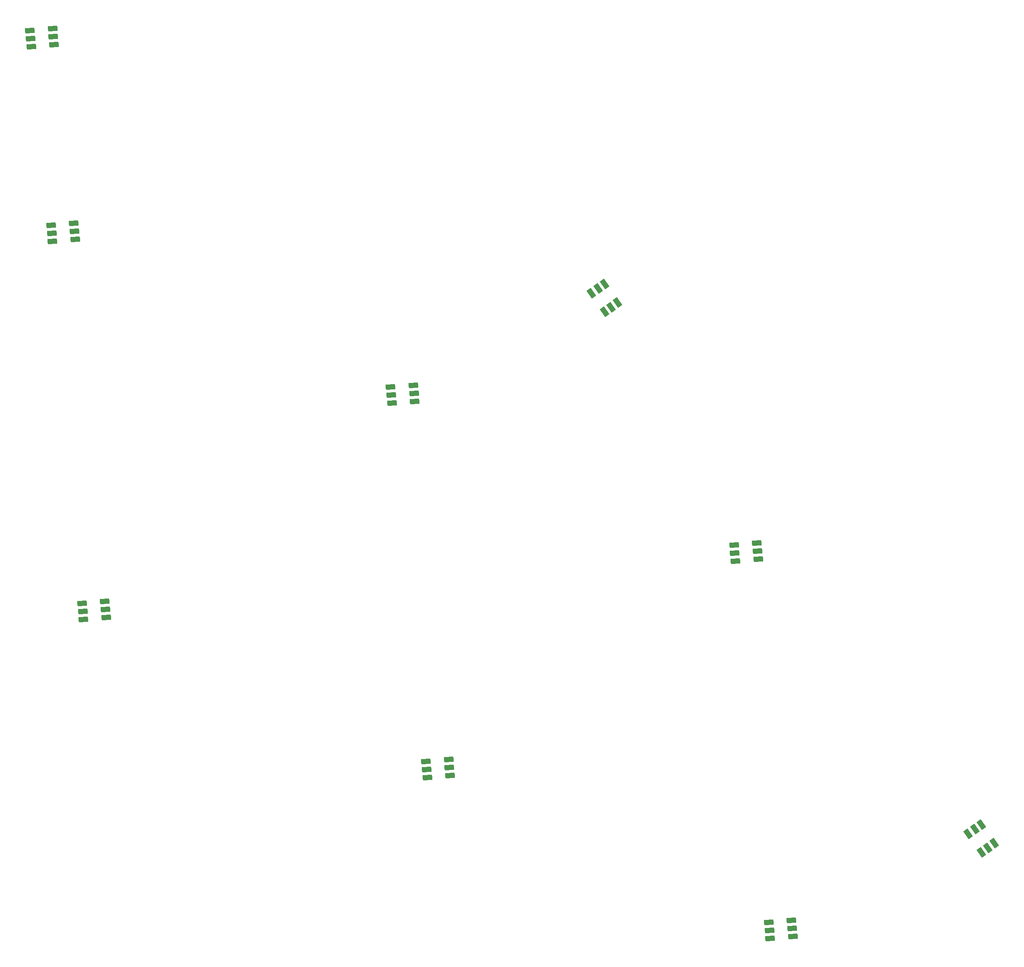
<source format=gbr>
%TF.GenerationSoftware,KiCad,Pcbnew,7.0.10-7.0.10~ubuntu22.04.1*%
%TF.CreationDate,2025-04-20T11:22:11+07:00*%
%TF.ProjectId,catan100,63617461-6e31-4303-902e-6b696361645f,rev?*%
%TF.SameCoordinates,Original*%
%TF.FileFunction,Paste,Top*%
%TF.FilePolarity,Positive*%
%FSLAX46Y46*%
G04 Gerber Fmt 4.6, Leading zero omitted, Abs format (unit mm)*
G04 Created by KiCad (PCBNEW 7.0.10-7.0.10~ubuntu22.04.1) date 2025-04-20 11:22:11*
%MOMM*%
%LPD*%
G01*
G04 APERTURE LIST*
G04 Aperture macros list*
%AMRotRect*
0 Rectangle, with rotation*
0 The origin of the aperture is its center*
0 $1 length*
0 $2 width*
0 $3 Rotation angle, in degrees counterclockwise*
0 Add horizontal line*
21,1,$1,$2,0,0,$3*%
G04 Aperture macros list end*
%ADD10RotRect,1.100000X2.000000X35.000000*%
%ADD11RotRect,1.100000X2.000000X95.000000*%
G04 APERTURE END LIST*
D10*
%TO.C,D8*%
X189779375Y-79354955D03*
X188386817Y-80330035D03*
X186994258Y-81305115D03*
X189747425Y-85237045D03*
X191139983Y-84261965D03*
X192532542Y-83286885D03*
%TD*%
D11*
%TO.C,D7*%
X68885768Y-25998443D03*
X69033933Y-27691974D03*
X69182097Y-29385505D03*
X73963832Y-28967157D03*
X73815667Y-27273626D03*
X73667503Y-25580095D03*
%TD*%
%TO.C,D2*%
X79876465Y-146569948D03*
X80024630Y-148263479D03*
X80172794Y-149957010D03*
X84954529Y-149538662D03*
X84806364Y-147845131D03*
X84658200Y-146151600D03*
%TD*%
%TO.C,D6*%
X224308368Y-213755243D03*
X224456533Y-215448774D03*
X224604697Y-217142305D03*
X229386432Y-216723957D03*
X229238267Y-215030426D03*
X229090103Y-213336895D03*
%TD*%
%TO.C,D1*%
X73356168Y-66994043D03*
X73504333Y-68687574D03*
X73652497Y-70381105D03*
X78434232Y-69962757D03*
X78286067Y-68269226D03*
X78137903Y-66575695D03*
%TD*%
%TO.C,D3*%
X144780968Y-101080843D03*
X144929133Y-102774374D03*
X145077297Y-104467905D03*
X149859032Y-104049557D03*
X149710867Y-102356026D03*
X149562703Y-100662495D03*
%TD*%
%TO.C,D4*%
X152197768Y-179897043D03*
X152345933Y-181590574D03*
X152494097Y-183284105D03*
X157275832Y-182865757D03*
X157127667Y-181172226D03*
X156979503Y-179478695D03*
%TD*%
D10*
%TO.C,D9*%
X269027375Y-193146955D03*
X267634817Y-194122035D03*
X266242258Y-195097115D03*
X268995425Y-199029045D03*
X270387983Y-198053965D03*
X271780542Y-197078885D03*
%TD*%
D11*
%TO.C,D5*%
X217019536Y-134278643D03*
X217167701Y-135972174D03*
X217315865Y-137665705D03*
X222097600Y-137247357D03*
X221949435Y-135553826D03*
X221801271Y-133860295D03*
%TD*%
M02*

</source>
